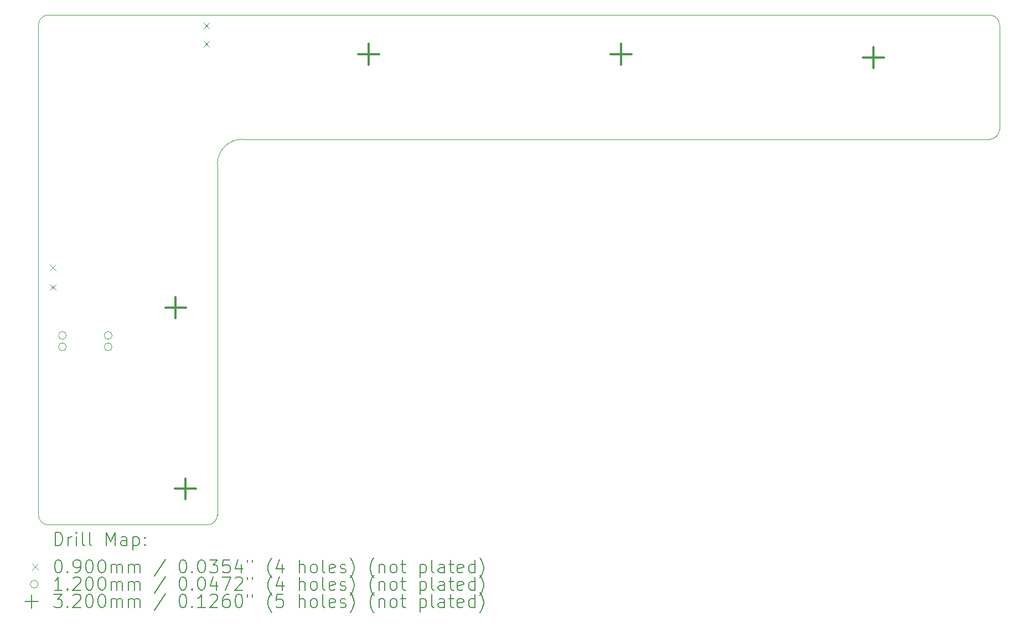
<source format=gbr>
%TF.GenerationSoftware,KiCad,Pcbnew,7.0.8*%
%TF.CreationDate,2023-12-05T05:18:09-08:00*%
%TF.ProjectId,Seismos_5CoreR,53656973-6d6f-4735-9f35-436f7265522e,rev?*%
%TF.SameCoordinates,Original*%
%TF.FileFunction,Drillmap*%
%TF.FilePolarity,Positive*%
%FSLAX45Y45*%
G04 Gerber Fmt 4.5, Leading zero omitted, Abs format (unit mm)*
G04 Created by KiCad (PCBNEW 7.0.8) date 2023-12-05 05:18:09*
%MOMM*%
%LPD*%
G01*
G04 APERTURE LIST*
%ADD10C,0.100000*%
%ADD11C,0.200000*%
%ADD12C,0.090000*%
%ADD13C,0.120000*%
%ADD14C,0.320000*%
G04 APERTURE END LIST*
D10*
X5736600Y-9650000D02*
X5736600Y-4281000D01*
X5586600Y-9800000D02*
X3150000Y-9800000D01*
X3000000Y-9650000D02*
X3000000Y-2150000D01*
X3150000Y-2000000D02*
G75*
G03*
X3000000Y-2150000I0J-150000D01*
G01*
X5586600Y-9800000D02*
G75*
G03*
X5736600Y-9650000I0J150000D01*
G01*
X17550000Y-3900000D02*
X6117600Y-3900000D01*
X17550000Y-3900000D02*
G75*
G03*
X17700000Y-3750000I0J150000D01*
G01*
X17700000Y-2150000D02*
G75*
G03*
X17550000Y-2000000I-150000J0D01*
G01*
X3000000Y-9650000D02*
G75*
G03*
X3150000Y-9800000I150000J0D01*
G01*
X6117600Y-3900000D02*
G75*
G03*
X5736600Y-4281000I0J-381000D01*
G01*
X3150000Y-2000000D02*
X17550000Y-2000000D01*
X17700000Y-2150000D02*
X17700000Y-3750000D01*
D11*
D12*
X3175000Y-5818200D02*
X3265000Y-5908200D01*
X3265000Y-5818200D02*
X3175000Y-5908200D01*
X3175000Y-6118200D02*
X3265000Y-6208200D01*
X3265000Y-6118200D02*
X3175000Y-6208200D01*
X5526250Y-2119950D02*
X5616250Y-2209950D01*
X5616250Y-2119950D02*
X5526250Y-2209950D01*
X5526250Y-2399950D02*
X5616250Y-2489950D01*
X5616250Y-2399950D02*
X5526250Y-2489950D01*
D13*
X3427000Y-6902500D02*
G75*
G03*
X3427000Y-6902500I-60000J0D01*
G01*
X3427000Y-7077500D02*
G75*
G03*
X3427000Y-7077500I-60000J0D01*
G01*
X4127000Y-6902500D02*
G75*
G03*
X4127000Y-6902500I-60000J0D01*
G01*
X4127000Y-7077500D02*
G75*
G03*
X4127000Y-7077500I-60000J0D01*
G01*
D14*
X5100000Y-6315000D02*
X5100000Y-6635000D01*
X4940000Y-6475000D02*
X5260000Y-6475000D01*
X5250000Y-9090000D02*
X5250000Y-9410000D01*
X5090000Y-9250000D02*
X5410000Y-9250000D01*
X8050000Y-2440000D02*
X8050000Y-2760000D01*
X7890000Y-2600000D02*
X8210000Y-2600000D01*
X11910000Y-2440000D02*
X11910000Y-2760000D01*
X11750000Y-2600000D02*
X12070000Y-2600000D01*
X15770000Y-2490000D02*
X15770000Y-2810000D01*
X15610000Y-2650000D02*
X15930000Y-2650000D01*
D11*
X3255777Y-10116484D02*
X3255777Y-9916484D01*
X3255777Y-9916484D02*
X3303396Y-9916484D01*
X3303396Y-9916484D02*
X3331967Y-9926008D01*
X3331967Y-9926008D02*
X3351015Y-9945055D01*
X3351015Y-9945055D02*
X3360539Y-9964103D01*
X3360539Y-9964103D02*
X3370062Y-10002198D01*
X3370062Y-10002198D02*
X3370062Y-10030770D01*
X3370062Y-10030770D02*
X3360539Y-10068865D01*
X3360539Y-10068865D02*
X3351015Y-10087912D01*
X3351015Y-10087912D02*
X3331967Y-10106960D01*
X3331967Y-10106960D02*
X3303396Y-10116484D01*
X3303396Y-10116484D02*
X3255777Y-10116484D01*
X3455777Y-10116484D02*
X3455777Y-9983150D01*
X3455777Y-10021246D02*
X3465301Y-10002198D01*
X3465301Y-10002198D02*
X3474824Y-9992674D01*
X3474824Y-9992674D02*
X3493872Y-9983150D01*
X3493872Y-9983150D02*
X3512920Y-9983150D01*
X3579586Y-10116484D02*
X3579586Y-9983150D01*
X3579586Y-9916484D02*
X3570062Y-9926008D01*
X3570062Y-9926008D02*
X3579586Y-9935531D01*
X3579586Y-9935531D02*
X3589110Y-9926008D01*
X3589110Y-9926008D02*
X3579586Y-9916484D01*
X3579586Y-9916484D02*
X3579586Y-9935531D01*
X3703396Y-10116484D02*
X3684348Y-10106960D01*
X3684348Y-10106960D02*
X3674824Y-10087912D01*
X3674824Y-10087912D02*
X3674824Y-9916484D01*
X3808158Y-10116484D02*
X3789110Y-10106960D01*
X3789110Y-10106960D02*
X3779586Y-10087912D01*
X3779586Y-10087912D02*
X3779586Y-9916484D01*
X4036729Y-10116484D02*
X4036729Y-9916484D01*
X4036729Y-9916484D02*
X4103396Y-10059341D01*
X4103396Y-10059341D02*
X4170062Y-9916484D01*
X4170062Y-9916484D02*
X4170062Y-10116484D01*
X4351015Y-10116484D02*
X4351015Y-10011722D01*
X4351015Y-10011722D02*
X4341491Y-9992674D01*
X4341491Y-9992674D02*
X4322444Y-9983150D01*
X4322444Y-9983150D02*
X4284348Y-9983150D01*
X4284348Y-9983150D02*
X4265301Y-9992674D01*
X4351015Y-10106960D02*
X4331967Y-10116484D01*
X4331967Y-10116484D02*
X4284348Y-10116484D01*
X4284348Y-10116484D02*
X4265301Y-10106960D01*
X4265301Y-10106960D02*
X4255777Y-10087912D01*
X4255777Y-10087912D02*
X4255777Y-10068865D01*
X4255777Y-10068865D02*
X4265301Y-10049817D01*
X4265301Y-10049817D02*
X4284348Y-10040293D01*
X4284348Y-10040293D02*
X4331967Y-10040293D01*
X4331967Y-10040293D02*
X4351015Y-10030770D01*
X4446253Y-9983150D02*
X4446253Y-10183150D01*
X4446253Y-9992674D02*
X4465301Y-9983150D01*
X4465301Y-9983150D02*
X4503396Y-9983150D01*
X4503396Y-9983150D02*
X4522444Y-9992674D01*
X4522444Y-9992674D02*
X4531967Y-10002198D01*
X4531967Y-10002198D02*
X4541491Y-10021246D01*
X4541491Y-10021246D02*
X4541491Y-10078389D01*
X4541491Y-10078389D02*
X4531967Y-10097436D01*
X4531967Y-10097436D02*
X4522444Y-10106960D01*
X4522444Y-10106960D02*
X4503396Y-10116484D01*
X4503396Y-10116484D02*
X4465301Y-10116484D01*
X4465301Y-10116484D02*
X4446253Y-10106960D01*
X4627205Y-10097436D02*
X4636729Y-10106960D01*
X4636729Y-10106960D02*
X4627205Y-10116484D01*
X4627205Y-10116484D02*
X4617682Y-10106960D01*
X4617682Y-10106960D02*
X4627205Y-10097436D01*
X4627205Y-10097436D02*
X4627205Y-10116484D01*
X4627205Y-9992674D02*
X4636729Y-10002198D01*
X4636729Y-10002198D02*
X4627205Y-10011722D01*
X4627205Y-10011722D02*
X4617682Y-10002198D01*
X4617682Y-10002198D02*
X4627205Y-9992674D01*
X4627205Y-9992674D02*
X4627205Y-10011722D01*
D12*
X2905000Y-10400000D02*
X2995000Y-10490000D01*
X2995000Y-10400000D02*
X2905000Y-10490000D01*
D11*
X3293872Y-10336484D02*
X3312920Y-10336484D01*
X3312920Y-10336484D02*
X3331967Y-10346008D01*
X3331967Y-10346008D02*
X3341491Y-10355531D01*
X3341491Y-10355531D02*
X3351015Y-10374579D01*
X3351015Y-10374579D02*
X3360539Y-10412674D01*
X3360539Y-10412674D02*
X3360539Y-10460293D01*
X3360539Y-10460293D02*
X3351015Y-10498389D01*
X3351015Y-10498389D02*
X3341491Y-10517436D01*
X3341491Y-10517436D02*
X3331967Y-10526960D01*
X3331967Y-10526960D02*
X3312920Y-10536484D01*
X3312920Y-10536484D02*
X3293872Y-10536484D01*
X3293872Y-10536484D02*
X3274824Y-10526960D01*
X3274824Y-10526960D02*
X3265301Y-10517436D01*
X3265301Y-10517436D02*
X3255777Y-10498389D01*
X3255777Y-10498389D02*
X3246253Y-10460293D01*
X3246253Y-10460293D02*
X3246253Y-10412674D01*
X3246253Y-10412674D02*
X3255777Y-10374579D01*
X3255777Y-10374579D02*
X3265301Y-10355531D01*
X3265301Y-10355531D02*
X3274824Y-10346008D01*
X3274824Y-10346008D02*
X3293872Y-10336484D01*
X3446253Y-10517436D02*
X3455777Y-10526960D01*
X3455777Y-10526960D02*
X3446253Y-10536484D01*
X3446253Y-10536484D02*
X3436729Y-10526960D01*
X3436729Y-10526960D02*
X3446253Y-10517436D01*
X3446253Y-10517436D02*
X3446253Y-10536484D01*
X3551015Y-10536484D02*
X3589110Y-10536484D01*
X3589110Y-10536484D02*
X3608158Y-10526960D01*
X3608158Y-10526960D02*
X3617682Y-10517436D01*
X3617682Y-10517436D02*
X3636729Y-10488865D01*
X3636729Y-10488865D02*
X3646253Y-10450770D01*
X3646253Y-10450770D02*
X3646253Y-10374579D01*
X3646253Y-10374579D02*
X3636729Y-10355531D01*
X3636729Y-10355531D02*
X3627205Y-10346008D01*
X3627205Y-10346008D02*
X3608158Y-10336484D01*
X3608158Y-10336484D02*
X3570062Y-10336484D01*
X3570062Y-10336484D02*
X3551015Y-10346008D01*
X3551015Y-10346008D02*
X3541491Y-10355531D01*
X3541491Y-10355531D02*
X3531967Y-10374579D01*
X3531967Y-10374579D02*
X3531967Y-10422198D01*
X3531967Y-10422198D02*
X3541491Y-10441246D01*
X3541491Y-10441246D02*
X3551015Y-10450770D01*
X3551015Y-10450770D02*
X3570062Y-10460293D01*
X3570062Y-10460293D02*
X3608158Y-10460293D01*
X3608158Y-10460293D02*
X3627205Y-10450770D01*
X3627205Y-10450770D02*
X3636729Y-10441246D01*
X3636729Y-10441246D02*
X3646253Y-10422198D01*
X3770062Y-10336484D02*
X3789110Y-10336484D01*
X3789110Y-10336484D02*
X3808158Y-10346008D01*
X3808158Y-10346008D02*
X3817682Y-10355531D01*
X3817682Y-10355531D02*
X3827205Y-10374579D01*
X3827205Y-10374579D02*
X3836729Y-10412674D01*
X3836729Y-10412674D02*
X3836729Y-10460293D01*
X3836729Y-10460293D02*
X3827205Y-10498389D01*
X3827205Y-10498389D02*
X3817682Y-10517436D01*
X3817682Y-10517436D02*
X3808158Y-10526960D01*
X3808158Y-10526960D02*
X3789110Y-10536484D01*
X3789110Y-10536484D02*
X3770062Y-10536484D01*
X3770062Y-10536484D02*
X3751015Y-10526960D01*
X3751015Y-10526960D02*
X3741491Y-10517436D01*
X3741491Y-10517436D02*
X3731967Y-10498389D01*
X3731967Y-10498389D02*
X3722443Y-10460293D01*
X3722443Y-10460293D02*
X3722443Y-10412674D01*
X3722443Y-10412674D02*
X3731967Y-10374579D01*
X3731967Y-10374579D02*
X3741491Y-10355531D01*
X3741491Y-10355531D02*
X3751015Y-10346008D01*
X3751015Y-10346008D02*
X3770062Y-10336484D01*
X3960539Y-10336484D02*
X3979586Y-10336484D01*
X3979586Y-10336484D02*
X3998634Y-10346008D01*
X3998634Y-10346008D02*
X4008158Y-10355531D01*
X4008158Y-10355531D02*
X4017682Y-10374579D01*
X4017682Y-10374579D02*
X4027205Y-10412674D01*
X4027205Y-10412674D02*
X4027205Y-10460293D01*
X4027205Y-10460293D02*
X4017682Y-10498389D01*
X4017682Y-10498389D02*
X4008158Y-10517436D01*
X4008158Y-10517436D02*
X3998634Y-10526960D01*
X3998634Y-10526960D02*
X3979586Y-10536484D01*
X3979586Y-10536484D02*
X3960539Y-10536484D01*
X3960539Y-10536484D02*
X3941491Y-10526960D01*
X3941491Y-10526960D02*
X3931967Y-10517436D01*
X3931967Y-10517436D02*
X3922443Y-10498389D01*
X3922443Y-10498389D02*
X3912920Y-10460293D01*
X3912920Y-10460293D02*
X3912920Y-10412674D01*
X3912920Y-10412674D02*
X3922443Y-10374579D01*
X3922443Y-10374579D02*
X3931967Y-10355531D01*
X3931967Y-10355531D02*
X3941491Y-10346008D01*
X3941491Y-10346008D02*
X3960539Y-10336484D01*
X4112920Y-10536484D02*
X4112920Y-10403150D01*
X4112920Y-10422198D02*
X4122443Y-10412674D01*
X4122443Y-10412674D02*
X4141491Y-10403150D01*
X4141491Y-10403150D02*
X4170063Y-10403150D01*
X4170063Y-10403150D02*
X4189110Y-10412674D01*
X4189110Y-10412674D02*
X4198634Y-10431722D01*
X4198634Y-10431722D02*
X4198634Y-10536484D01*
X4198634Y-10431722D02*
X4208158Y-10412674D01*
X4208158Y-10412674D02*
X4227205Y-10403150D01*
X4227205Y-10403150D02*
X4255777Y-10403150D01*
X4255777Y-10403150D02*
X4274825Y-10412674D01*
X4274825Y-10412674D02*
X4284348Y-10431722D01*
X4284348Y-10431722D02*
X4284348Y-10536484D01*
X4379586Y-10536484D02*
X4379586Y-10403150D01*
X4379586Y-10422198D02*
X4389110Y-10412674D01*
X4389110Y-10412674D02*
X4408158Y-10403150D01*
X4408158Y-10403150D02*
X4436729Y-10403150D01*
X4436729Y-10403150D02*
X4455777Y-10412674D01*
X4455777Y-10412674D02*
X4465301Y-10431722D01*
X4465301Y-10431722D02*
X4465301Y-10536484D01*
X4465301Y-10431722D02*
X4474825Y-10412674D01*
X4474825Y-10412674D02*
X4493872Y-10403150D01*
X4493872Y-10403150D02*
X4522444Y-10403150D01*
X4522444Y-10403150D02*
X4541491Y-10412674D01*
X4541491Y-10412674D02*
X4551015Y-10431722D01*
X4551015Y-10431722D02*
X4551015Y-10536484D01*
X4941491Y-10326960D02*
X4770063Y-10584103D01*
X5198634Y-10336484D02*
X5217682Y-10336484D01*
X5217682Y-10336484D02*
X5236729Y-10346008D01*
X5236729Y-10346008D02*
X5246253Y-10355531D01*
X5246253Y-10355531D02*
X5255777Y-10374579D01*
X5255777Y-10374579D02*
X5265301Y-10412674D01*
X5265301Y-10412674D02*
X5265301Y-10460293D01*
X5265301Y-10460293D02*
X5255777Y-10498389D01*
X5255777Y-10498389D02*
X5246253Y-10517436D01*
X5246253Y-10517436D02*
X5236729Y-10526960D01*
X5236729Y-10526960D02*
X5217682Y-10536484D01*
X5217682Y-10536484D02*
X5198634Y-10536484D01*
X5198634Y-10536484D02*
X5179587Y-10526960D01*
X5179587Y-10526960D02*
X5170063Y-10517436D01*
X5170063Y-10517436D02*
X5160539Y-10498389D01*
X5160539Y-10498389D02*
X5151015Y-10460293D01*
X5151015Y-10460293D02*
X5151015Y-10412674D01*
X5151015Y-10412674D02*
X5160539Y-10374579D01*
X5160539Y-10374579D02*
X5170063Y-10355531D01*
X5170063Y-10355531D02*
X5179587Y-10346008D01*
X5179587Y-10346008D02*
X5198634Y-10336484D01*
X5351015Y-10517436D02*
X5360539Y-10526960D01*
X5360539Y-10526960D02*
X5351015Y-10536484D01*
X5351015Y-10536484D02*
X5341491Y-10526960D01*
X5341491Y-10526960D02*
X5351015Y-10517436D01*
X5351015Y-10517436D02*
X5351015Y-10536484D01*
X5484348Y-10336484D02*
X5503396Y-10336484D01*
X5503396Y-10336484D02*
X5522444Y-10346008D01*
X5522444Y-10346008D02*
X5531968Y-10355531D01*
X5531968Y-10355531D02*
X5541491Y-10374579D01*
X5541491Y-10374579D02*
X5551015Y-10412674D01*
X5551015Y-10412674D02*
X5551015Y-10460293D01*
X5551015Y-10460293D02*
X5541491Y-10498389D01*
X5541491Y-10498389D02*
X5531968Y-10517436D01*
X5531968Y-10517436D02*
X5522444Y-10526960D01*
X5522444Y-10526960D02*
X5503396Y-10536484D01*
X5503396Y-10536484D02*
X5484348Y-10536484D01*
X5484348Y-10536484D02*
X5465301Y-10526960D01*
X5465301Y-10526960D02*
X5455777Y-10517436D01*
X5455777Y-10517436D02*
X5446253Y-10498389D01*
X5446253Y-10498389D02*
X5436729Y-10460293D01*
X5436729Y-10460293D02*
X5436729Y-10412674D01*
X5436729Y-10412674D02*
X5446253Y-10374579D01*
X5446253Y-10374579D02*
X5455777Y-10355531D01*
X5455777Y-10355531D02*
X5465301Y-10346008D01*
X5465301Y-10346008D02*
X5484348Y-10336484D01*
X5617682Y-10336484D02*
X5741491Y-10336484D01*
X5741491Y-10336484D02*
X5674825Y-10412674D01*
X5674825Y-10412674D02*
X5703396Y-10412674D01*
X5703396Y-10412674D02*
X5722444Y-10422198D01*
X5722444Y-10422198D02*
X5731967Y-10431722D01*
X5731967Y-10431722D02*
X5741491Y-10450770D01*
X5741491Y-10450770D02*
X5741491Y-10498389D01*
X5741491Y-10498389D02*
X5731967Y-10517436D01*
X5731967Y-10517436D02*
X5722444Y-10526960D01*
X5722444Y-10526960D02*
X5703396Y-10536484D01*
X5703396Y-10536484D02*
X5646253Y-10536484D01*
X5646253Y-10536484D02*
X5627206Y-10526960D01*
X5627206Y-10526960D02*
X5617682Y-10517436D01*
X5922444Y-10336484D02*
X5827206Y-10336484D01*
X5827206Y-10336484D02*
X5817682Y-10431722D01*
X5817682Y-10431722D02*
X5827206Y-10422198D01*
X5827206Y-10422198D02*
X5846253Y-10412674D01*
X5846253Y-10412674D02*
X5893872Y-10412674D01*
X5893872Y-10412674D02*
X5912920Y-10422198D01*
X5912920Y-10422198D02*
X5922444Y-10431722D01*
X5922444Y-10431722D02*
X5931967Y-10450770D01*
X5931967Y-10450770D02*
X5931967Y-10498389D01*
X5931967Y-10498389D02*
X5922444Y-10517436D01*
X5922444Y-10517436D02*
X5912920Y-10526960D01*
X5912920Y-10526960D02*
X5893872Y-10536484D01*
X5893872Y-10536484D02*
X5846253Y-10536484D01*
X5846253Y-10536484D02*
X5827206Y-10526960D01*
X5827206Y-10526960D02*
X5817682Y-10517436D01*
X6103396Y-10403150D02*
X6103396Y-10536484D01*
X6055777Y-10326960D02*
X6008158Y-10469817D01*
X6008158Y-10469817D02*
X6131967Y-10469817D01*
X6198634Y-10336484D02*
X6198634Y-10374579D01*
X6274825Y-10336484D02*
X6274825Y-10374579D01*
X6570063Y-10612674D02*
X6560539Y-10603150D01*
X6560539Y-10603150D02*
X6541491Y-10574579D01*
X6541491Y-10574579D02*
X6531968Y-10555531D01*
X6531968Y-10555531D02*
X6522444Y-10526960D01*
X6522444Y-10526960D02*
X6512920Y-10479341D01*
X6512920Y-10479341D02*
X6512920Y-10441246D01*
X6512920Y-10441246D02*
X6522444Y-10393627D01*
X6522444Y-10393627D02*
X6531968Y-10365055D01*
X6531968Y-10365055D02*
X6541491Y-10346008D01*
X6541491Y-10346008D02*
X6560539Y-10317436D01*
X6560539Y-10317436D02*
X6570063Y-10307912D01*
X6731968Y-10403150D02*
X6731968Y-10536484D01*
X6684348Y-10326960D02*
X6636729Y-10469817D01*
X6636729Y-10469817D02*
X6760539Y-10469817D01*
X6989110Y-10536484D02*
X6989110Y-10336484D01*
X7074825Y-10536484D02*
X7074825Y-10431722D01*
X7074825Y-10431722D02*
X7065301Y-10412674D01*
X7065301Y-10412674D02*
X7046253Y-10403150D01*
X7046253Y-10403150D02*
X7017682Y-10403150D01*
X7017682Y-10403150D02*
X6998634Y-10412674D01*
X6998634Y-10412674D02*
X6989110Y-10422198D01*
X7198634Y-10536484D02*
X7179587Y-10526960D01*
X7179587Y-10526960D02*
X7170063Y-10517436D01*
X7170063Y-10517436D02*
X7160539Y-10498389D01*
X7160539Y-10498389D02*
X7160539Y-10441246D01*
X7160539Y-10441246D02*
X7170063Y-10422198D01*
X7170063Y-10422198D02*
X7179587Y-10412674D01*
X7179587Y-10412674D02*
X7198634Y-10403150D01*
X7198634Y-10403150D02*
X7227206Y-10403150D01*
X7227206Y-10403150D02*
X7246253Y-10412674D01*
X7246253Y-10412674D02*
X7255777Y-10422198D01*
X7255777Y-10422198D02*
X7265301Y-10441246D01*
X7265301Y-10441246D02*
X7265301Y-10498389D01*
X7265301Y-10498389D02*
X7255777Y-10517436D01*
X7255777Y-10517436D02*
X7246253Y-10526960D01*
X7246253Y-10526960D02*
X7227206Y-10536484D01*
X7227206Y-10536484D02*
X7198634Y-10536484D01*
X7379587Y-10536484D02*
X7360539Y-10526960D01*
X7360539Y-10526960D02*
X7351015Y-10507912D01*
X7351015Y-10507912D02*
X7351015Y-10336484D01*
X7531968Y-10526960D02*
X7512920Y-10536484D01*
X7512920Y-10536484D02*
X7474825Y-10536484D01*
X7474825Y-10536484D02*
X7455777Y-10526960D01*
X7455777Y-10526960D02*
X7446253Y-10507912D01*
X7446253Y-10507912D02*
X7446253Y-10431722D01*
X7446253Y-10431722D02*
X7455777Y-10412674D01*
X7455777Y-10412674D02*
X7474825Y-10403150D01*
X7474825Y-10403150D02*
X7512920Y-10403150D01*
X7512920Y-10403150D02*
X7531968Y-10412674D01*
X7531968Y-10412674D02*
X7541491Y-10431722D01*
X7541491Y-10431722D02*
X7541491Y-10450770D01*
X7541491Y-10450770D02*
X7446253Y-10469817D01*
X7617682Y-10526960D02*
X7636730Y-10536484D01*
X7636730Y-10536484D02*
X7674825Y-10536484D01*
X7674825Y-10536484D02*
X7693872Y-10526960D01*
X7693872Y-10526960D02*
X7703396Y-10507912D01*
X7703396Y-10507912D02*
X7703396Y-10498389D01*
X7703396Y-10498389D02*
X7693872Y-10479341D01*
X7693872Y-10479341D02*
X7674825Y-10469817D01*
X7674825Y-10469817D02*
X7646253Y-10469817D01*
X7646253Y-10469817D02*
X7627206Y-10460293D01*
X7627206Y-10460293D02*
X7617682Y-10441246D01*
X7617682Y-10441246D02*
X7617682Y-10431722D01*
X7617682Y-10431722D02*
X7627206Y-10412674D01*
X7627206Y-10412674D02*
X7646253Y-10403150D01*
X7646253Y-10403150D02*
X7674825Y-10403150D01*
X7674825Y-10403150D02*
X7693872Y-10412674D01*
X7770063Y-10612674D02*
X7779587Y-10603150D01*
X7779587Y-10603150D02*
X7798634Y-10574579D01*
X7798634Y-10574579D02*
X7808158Y-10555531D01*
X7808158Y-10555531D02*
X7817682Y-10526960D01*
X7817682Y-10526960D02*
X7827206Y-10479341D01*
X7827206Y-10479341D02*
X7827206Y-10441246D01*
X7827206Y-10441246D02*
X7817682Y-10393627D01*
X7817682Y-10393627D02*
X7808158Y-10365055D01*
X7808158Y-10365055D02*
X7798634Y-10346008D01*
X7798634Y-10346008D02*
X7779587Y-10317436D01*
X7779587Y-10317436D02*
X7770063Y-10307912D01*
X8131968Y-10612674D02*
X8122444Y-10603150D01*
X8122444Y-10603150D02*
X8103396Y-10574579D01*
X8103396Y-10574579D02*
X8093872Y-10555531D01*
X8093872Y-10555531D02*
X8084349Y-10526960D01*
X8084349Y-10526960D02*
X8074825Y-10479341D01*
X8074825Y-10479341D02*
X8074825Y-10441246D01*
X8074825Y-10441246D02*
X8084349Y-10393627D01*
X8084349Y-10393627D02*
X8093872Y-10365055D01*
X8093872Y-10365055D02*
X8103396Y-10346008D01*
X8103396Y-10346008D02*
X8122444Y-10317436D01*
X8122444Y-10317436D02*
X8131968Y-10307912D01*
X8208158Y-10403150D02*
X8208158Y-10536484D01*
X8208158Y-10422198D02*
X8217682Y-10412674D01*
X8217682Y-10412674D02*
X8236730Y-10403150D01*
X8236730Y-10403150D02*
X8265301Y-10403150D01*
X8265301Y-10403150D02*
X8284349Y-10412674D01*
X8284349Y-10412674D02*
X8293872Y-10431722D01*
X8293872Y-10431722D02*
X8293872Y-10536484D01*
X8417682Y-10536484D02*
X8398634Y-10526960D01*
X8398634Y-10526960D02*
X8389111Y-10517436D01*
X8389111Y-10517436D02*
X8379587Y-10498389D01*
X8379587Y-10498389D02*
X8379587Y-10441246D01*
X8379587Y-10441246D02*
X8389111Y-10422198D01*
X8389111Y-10422198D02*
X8398634Y-10412674D01*
X8398634Y-10412674D02*
X8417682Y-10403150D01*
X8417682Y-10403150D02*
X8446254Y-10403150D01*
X8446254Y-10403150D02*
X8465301Y-10412674D01*
X8465301Y-10412674D02*
X8474825Y-10422198D01*
X8474825Y-10422198D02*
X8484349Y-10441246D01*
X8484349Y-10441246D02*
X8484349Y-10498389D01*
X8484349Y-10498389D02*
X8474825Y-10517436D01*
X8474825Y-10517436D02*
X8465301Y-10526960D01*
X8465301Y-10526960D02*
X8446254Y-10536484D01*
X8446254Y-10536484D02*
X8417682Y-10536484D01*
X8541492Y-10403150D02*
X8617682Y-10403150D01*
X8570063Y-10336484D02*
X8570063Y-10507912D01*
X8570063Y-10507912D02*
X8579587Y-10526960D01*
X8579587Y-10526960D02*
X8598634Y-10536484D01*
X8598634Y-10536484D02*
X8617682Y-10536484D01*
X8836730Y-10403150D02*
X8836730Y-10603150D01*
X8836730Y-10412674D02*
X8855777Y-10403150D01*
X8855777Y-10403150D02*
X8893873Y-10403150D01*
X8893873Y-10403150D02*
X8912920Y-10412674D01*
X8912920Y-10412674D02*
X8922444Y-10422198D01*
X8922444Y-10422198D02*
X8931968Y-10441246D01*
X8931968Y-10441246D02*
X8931968Y-10498389D01*
X8931968Y-10498389D02*
X8922444Y-10517436D01*
X8922444Y-10517436D02*
X8912920Y-10526960D01*
X8912920Y-10526960D02*
X8893873Y-10536484D01*
X8893873Y-10536484D02*
X8855777Y-10536484D01*
X8855777Y-10536484D02*
X8836730Y-10526960D01*
X9046254Y-10536484D02*
X9027206Y-10526960D01*
X9027206Y-10526960D02*
X9017682Y-10507912D01*
X9017682Y-10507912D02*
X9017682Y-10336484D01*
X9208158Y-10536484D02*
X9208158Y-10431722D01*
X9208158Y-10431722D02*
X9198635Y-10412674D01*
X9198635Y-10412674D02*
X9179587Y-10403150D01*
X9179587Y-10403150D02*
X9141492Y-10403150D01*
X9141492Y-10403150D02*
X9122444Y-10412674D01*
X9208158Y-10526960D02*
X9189111Y-10536484D01*
X9189111Y-10536484D02*
X9141492Y-10536484D01*
X9141492Y-10536484D02*
X9122444Y-10526960D01*
X9122444Y-10526960D02*
X9112920Y-10507912D01*
X9112920Y-10507912D02*
X9112920Y-10488865D01*
X9112920Y-10488865D02*
X9122444Y-10469817D01*
X9122444Y-10469817D02*
X9141492Y-10460293D01*
X9141492Y-10460293D02*
X9189111Y-10460293D01*
X9189111Y-10460293D02*
X9208158Y-10450770D01*
X9274825Y-10403150D02*
X9351015Y-10403150D01*
X9303396Y-10336484D02*
X9303396Y-10507912D01*
X9303396Y-10507912D02*
X9312920Y-10526960D01*
X9312920Y-10526960D02*
X9331968Y-10536484D01*
X9331968Y-10536484D02*
X9351015Y-10536484D01*
X9493873Y-10526960D02*
X9474825Y-10536484D01*
X9474825Y-10536484D02*
X9436730Y-10536484D01*
X9436730Y-10536484D02*
X9417682Y-10526960D01*
X9417682Y-10526960D02*
X9408158Y-10507912D01*
X9408158Y-10507912D02*
X9408158Y-10431722D01*
X9408158Y-10431722D02*
X9417682Y-10412674D01*
X9417682Y-10412674D02*
X9436730Y-10403150D01*
X9436730Y-10403150D02*
X9474825Y-10403150D01*
X9474825Y-10403150D02*
X9493873Y-10412674D01*
X9493873Y-10412674D02*
X9503396Y-10431722D01*
X9503396Y-10431722D02*
X9503396Y-10450770D01*
X9503396Y-10450770D02*
X9408158Y-10469817D01*
X9674825Y-10536484D02*
X9674825Y-10336484D01*
X9674825Y-10526960D02*
X9655777Y-10536484D01*
X9655777Y-10536484D02*
X9617682Y-10536484D01*
X9617682Y-10536484D02*
X9598635Y-10526960D01*
X9598635Y-10526960D02*
X9589111Y-10517436D01*
X9589111Y-10517436D02*
X9579587Y-10498389D01*
X9579587Y-10498389D02*
X9579587Y-10441246D01*
X9579587Y-10441246D02*
X9589111Y-10422198D01*
X9589111Y-10422198D02*
X9598635Y-10412674D01*
X9598635Y-10412674D02*
X9617682Y-10403150D01*
X9617682Y-10403150D02*
X9655777Y-10403150D01*
X9655777Y-10403150D02*
X9674825Y-10412674D01*
X9751016Y-10612674D02*
X9760539Y-10603150D01*
X9760539Y-10603150D02*
X9779587Y-10574579D01*
X9779587Y-10574579D02*
X9789111Y-10555531D01*
X9789111Y-10555531D02*
X9798635Y-10526960D01*
X9798635Y-10526960D02*
X9808158Y-10479341D01*
X9808158Y-10479341D02*
X9808158Y-10441246D01*
X9808158Y-10441246D02*
X9798635Y-10393627D01*
X9798635Y-10393627D02*
X9789111Y-10365055D01*
X9789111Y-10365055D02*
X9779587Y-10346008D01*
X9779587Y-10346008D02*
X9760539Y-10317436D01*
X9760539Y-10317436D02*
X9751016Y-10307912D01*
D13*
X2995000Y-10709000D02*
G75*
G03*
X2995000Y-10709000I-60000J0D01*
G01*
D11*
X3360539Y-10800484D02*
X3246253Y-10800484D01*
X3303396Y-10800484D02*
X3303396Y-10600484D01*
X3303396Y-10600484D02*
X3284348Y-10629055D01*
X3284348Y-10629055D02*
X3265301Y-10648103D01*
X3265301Y-10648103D02*
X3246253Y-10657627D01*
X3446253Y-10781436D02*
X3455777Y-10790960D01*
X3455777Y-10790960D02*
X3446253Y-10800484D01*
X3446253Y-10800484D02*
X3436729Y-10790960D01*
X3436729Y-10790960D02*
X3446253Y-10781436D01*
X3446253Y-10781436D02*
X3446253Y-10800484D01*
X3531967Y-10619531D02*
X3541491Y-10610008D01*
X3541491Y-10610008D02*
X3560539Y-10600484D01*
X3560539Y-10600484D02*
X3608158Y-10600484D01*
X3608158Y-10600484D02*
X3627205Y-10610008D01*
X3627205Y-10610008D02*
X3636729Y-10619531D01*
X3636729Y-10619531D02*
X3646253Y-10638579D01*
X3646253Y-10638579D02*
X3646253Y-10657627D01*
X3646253Y-10657627D02*
X3636729Y-10686198D01*
X3636729Y-10686198D02*
X3522443Y-10800484D01*
X3522443Y-10800484D02*
X3646253Y-10800484D01*
X3770062Y-10600484D02*
X3789110Y-10600484D01*
X3789110Y-10600484D02*
X3808158Y-10610008D01*
X3808158Y-10610008D02*
X3817682Y-10619531D01*
X3817682Y-10619531D02*
X3827205Y-10638579D01*
X3827205Y-10638579D02*
X3836729Y-10676674D01*
X3836729Y-10676674D02*
X3836729Y-10724293D01*
X3836729Y-10724293D02*
X3827205Y-10762389D01*
X3827205Y-10762389D02*
X3817682Y-10781436D01*
X3817682Y-10781436D02*
X3808158Y-10790960D01*
X3808158Y-10790960D02*
X3789110Y-10800484D01*
X3789110Y-10800484D02*
X3770062Y-10800484D01*
X3770062Y-10800484D02*
X3751015Y-10790960D01*
X3751015Y-10790960D02*
X3741491Y-10781436D01*
X3741491Y-10781436D02*
X3731967Y-10762389D01*
X3731967Y-10762389D02*
X3722443Y-10724293D01*
X3722443Y-10724293D02*
X3722443Y-10676674D01*
X3722443Y-10676674D02*
X3731967Y-10638579D01*
X3731967Y-10638579D02*
X3741491Y-10619531D01*
X3741491Y-10619531D02*
X3751015Y-10610008D01*
X3751015Y-10610008D02*
X3770062Y-10600484D01*
X3960539Y-10600484D02*
X3979586Y-10600484D01*
X3979586Y-10600484D02*
X3998634Y-10610008D01*
X3998634Y-10610008D02*
X4008158Y-10619531D01*
X4008158Y-10619531D02*
X4017682Y-10638579D01*
X4017682Y-10638579D02*
X4027205Y-10676674D01*
X4027205Y-10676674D02*
X4027205Y-10724293D01*
X4027205Y-10724293D02*
X4017682Y-10762389D01*
X4017682Y-10762389D02*
X4008158Y-10781436D01*
X4008158Y-10781436D02*
X3998634Y-10790960D01*
X3998634Y-10790960D02*
X3979586Y-10800484D01*
X3979586Y-10800484D02*
X3960539Y-10800484D01*
X3960539Y-10800484D02*
X3941491Y-10790960D01*
X3941491Y-10790960D02*
X3931967Y-10781436D01*
X3931967Y-10781436D02*
X3922443Y-10762389D01*
X3922443Y-10762389D02*
X3912920Y-10724293D01*
X3912920Y-10724293D02*
X3912920Y-10676674D01*
X3912920Y-10676674D02*
X3922443Y-10638579D01*
X3922443Y-10638579D02*
X3931967Y-10619531D01*
X3931967Y-10619531D02*
X3941491Y-10610008D01*
X3941491Y-10610008D02*
X3960539Y-10600484D01*
X4112920Y-10800484D02*
X4112920Y-10667150D01*
X4112920Y-10686198D02*
X4122443Y-10676674D01*
X4122443Y-10676674D02*
X4141491Y-10667150D01*
X4141491Y-10667150D02*
X4170063Y-10667150D01*
X4170063Y-10667150D02*
X4189110Y-10676674D01*
X4189110Y-10676674D02*
X4198634Y-10695722D01*
X4198634Y-10695722D02*
X4198634Y-10800484D01*
X4198634Y-10695722D02*
X4208158Y-10676674D01*
X4208158Y-10676674D02*
X4227205Y-10667150D01*
X4227205Y-10667150D02*
X4255777Y-10667150D01*
X4255777Y-10667150D02*
X4274825Y-10676674D01*
X4274825Y-10676674D02*
X4284348Y-10695722D01*
X4284348Y-10695722D02*
X4284348Y-10800484D01*
X4379586Y-10800484D02*
X4379586Y-10667150D01*
X4379586Y-10686198D02*
X4389110Y-10676674D01*
X4389110Y-10676674D02*
X4408158Y-10667150D01*
X4408158Y-10667150D02*
X4436729Y-10667150D01*
X4436729Y-10667150D02*
X4455777Y-10676674D01*
X4455777Y-10676674D02*
X4465301Y-10695722D01*
X4465301Y-10695722D02*
X4465301Y-10800484D01*
X4465301Y-10695722D02*
X4474825Y-10676674D01*
X4474825Y-10676674D02*
X4493872Y-10667150D01*
X4493872Y-10667150D02*
X4522444Y-10667150D01*
X4522444Y-10667150D02*
X4541491Y-10676674D01*
X4541491Y-10676674D02*
X4551015Y-10695722D01*
X4551015Y-10695722D02*
X4551015Y-10800484D01*
X4941491Y-10590960D02*
X4770063Y-10848103D01*
X5198634Y-10600484D02*
X5217682Y-10600484D01*
X5217682Y-10600484D02*
X5236729Y-10610008D01*
X5236729Y-10610008D02*
X5246253Y-10619531D01*
X5246253Y-10619531D02*
X5255777Y-10638579D01*
X5255777Y-10638579D02*
X5265301Y-10676674D01*
X5265301Y-10676674D02*
X5265301Y-10724293D01*
X5265301Y-10724293D02*
X5255777Y-10762389D01*
X5255777Y-10762389D02*
X5246253Y-10781436D01*
X5246253Y-10781436D02*
X5236729Y-10790960D01*
X5236729Y-10790960D02*
X5217682Y-10800484D01*
X5217682Y-10800484D02*
X5198634Y-10800484D01*
X5198634Y-10800484D02*
X5179587Y-10790960D01*
X5179587Y-10790960D02*
X5170063Y-10781436D01*
X5170063Y-10781436D02*
X5160539Y-10762389D01*
X5160539Y-10762389D02*
X5151015Y-10724293D01*
X5151015Y-10724293D02*
X5151015Y-10676674D01*
X5151015Y-10676674D02*
X5160539Y-10638579D01*
X5160539Y-10638579D02*
X5170063Y-10619531D01*
X5170063Y-10619531D02*
X5179587Y-10610008D01*
X5179587Y-10610008D02*
X5198634Y-10600484D01*
X5351015Y-10781436D02*
X5360539Y-10790960D01*
X5360539Y-10790960D02*
X5351015Y-10800484D01*
X5351015Y-10800484D02*
X5341491Y-10790960D01*
X5341491Y-10790960D02*
X5351015Y-10781436D01*
X5351015Y-10781436D02*
X5351015Y-10800484D01*
X5484348Y-10600484D02*
X5503396Y-10600484D01*
X5503396Y-10600484D02*
X5522444Y-10610008D01*
X5522444Y-10610008D02*
X5531968Y-10619531D01*
X5531968Y-10619531D02*
X5541491Y-10638579D01*
X5541491Y-10638579D02*
X5551015Y-10676674D01*
X5551015Y-10676674D02*
X5551015Y-10724293D01*
X5551015Y-10724293D02*
X5541491Y-10762389D01*
X5541491Y-10762389D02*
X5531968Y-10781436D01*
X5531968Y-10781436D02*
X5522444Y-10790960D01*
X5522444Y-10790960D02*
X5503396Y-10800484D01*
X5503396Y-10800484D02*
X5484348Y-10800484D01*
X5484348Y-10800484D02*
X5465301Y-10790960D01*
X5465301Y-10790960D02*
X5455777Y-10781436D01*
X5455777Y-10781436D02*
X5446253Y-10762389D01*
X5446253Y-10762389D02*
X5436729Y-10724293D01*
X5436729Y-10724293D02*
X5436729Y-10676674D01*
X5436729Y-10676674D02*
X5446253Y-10638579D01*
X5446253Y-10638579D02*
X5455777Y-10619531D01*
X5455777Y-10619531D02*
X5465301Y-10610008D01*
X5465301Y-10610008D02*
X5484348Y-10600484D01*
X5722444Y-10667150D02*
X5722444Y-10800484D01*
X5674825Y-10590960D02*
X5627206Y-10733817D01*
X5627206Y-10733817D02*
X5751015Y-10733817D01*
X5808158Y-10600484D02*
X5941491Y-10600484D01*
X5941491Y-10600484D02*
X5855777Y-10800484D01*
X6008158Y-10619531D02*
X6017682Y-10610008D01*
X6017682Y-10610008D02*
X6036729Y-10600484D01*
X6036729Y-10600484D02*
X6084348Y-10600484D01*
X6084348Y-10600484D02*
X6103396Y-10610008D01*
X6103396Y-10610008D02*
X6112920Y-10619531D01*
X6112920Y-10619531D02*
X6122444Y-10638579D01*
X6122444Y-10638579D02*
X6122444Y-10657627D01*
X6122444Y-10657627D02*
X6112920Y-10686198D01*
X6112920Y-10686198D02*
X5998634Y-10800484D01*
X5998634Y-10800484D02*
X6122444Y-10800484D01*
X6198634Y-10600484D02*
X6198634Y-10638579D01*
X6274825Y-10600484D02*
X6274825Y-10638579D01*
X6570063Y-10876674D02*
X6560539Y-10867150D01*
X6560539Y-10867150D02*
X6541491Y-10838579D01*
X6541491Y-10838579D02*
X6531968Y-10819531D01*
X6531968Y-10819531D02*
X6522444Y-10790960D01*
X6522444Y-10790960D02*
X6512920Y-10743341D01*
X6512920Y-10743341D02*
X6512920Y-10705246D01*
X6512920Y-10705246D02*
X6522444Y-10657627D01*
X6522444Y-10657627D02*
X6531968Y-10629055D01*
X6531968Y-10629055D02*
X6541491Y-10610008D01*
X6541491Y-10610008D02*
X6560539Y-10581436D01*
X6560539Y-10581436D02*
X6570063Y-10571912D01*
X6731968Y-10667150D02*
X6731968Y-10800484D01*
X6684348Y-10590960D02*
X6636729Y-10733817D01*
X6636729Y-10733817D02*
X6760539Y-10733817D01*
X6989110Y-10800484D02*
X6989110Y-10600484D01*
X7074825Y-10800484D02*
X7074825Y-10695722D01*
X7074825Y-10695722D02*
X7065301Y-10676674D01*
X7065301Y-10676674D02*
X7046253Y-10667150D01*
X7046253Y-10667150D02*
X7017682Y-10667150D01*
X7017682Y-10667150D02*
X6998634Y-10676674D01*
X6998634Y-10676674D02*
X6989110Y-10686198D01*
X7198634Y-10800484D02*
X7179587Y-10790960D01*
X7179587Y-10790960D02*
X7170063Y-10781436D01*
X7170063Y-10781436D02*
X7160539Y-10762389D01*
X7160539Y-10762389D02*
X7160539Y-10705246D01*
X7160539Y-10705246D02*
X7170063Y-10686198D01*
X7170063Y-10686198D02*
X7179587Y-10676674D01*
X7179587Y-10676674D02*
X7198634Y-10667150D01*
X7198634Y-10667150D02*
X7227206Y-10667150D01*
X7227206Y-10667150D02*
X7246253Y-10676674D01*
X7246253Y-10676674D02*
X7255777Y-10686198D01*
X7255777Y-10686198D02*
X7265301Y-10705246D01*
X7265301Y-10705246D02*
X7265301Y-10762389D01*
X7265301Y-10762389D02*
X7255777Y-10781436D01*
X7255777Y-10781436D02*
X7246253Y-10790960D01*
X7246253Y-10790960D02*
X7227206Y-10800484D01*
X7227206Y-10800484D02*
X7198634Y-10800484D01*
X7379587Y-10800484D02*
X7360539Y-10790960D01*
X7360539Y-10790960D02*
X7351015Y-10771912D01*
X7351015Y-10771912D02*
X7351015Y-10600484D01*
X7531968Y-10790960D02*
X7512920Y-10800484D01*
X7512920Y-10800484D02*
X7474825Y-10800484D01*
X7474825Y-10800484D02*
X7455777Y-10790960D01*
X7455777Y-10790960D02*
X7446253Y-10771912D01*
X7446253Y-10771912D02*
X7446253Y-10695722D01*
X7446253Y-10695722D02*
X7455777Y-10676674D01*
X7455777Y-10676674D02*
X7474825Y-10667150D01*
X7474825Y-10667150D02*
X7512920Y-10667150D01*
X7512920Y-10667150D02*
X7531968Y-10676674D01*
X7531968Y-10676674D02*
X7541491Y-10695722D01*
X7541491Y-10695722D02*
X7541491Y-10714770D01*
X7541491Y-10714770D02*
X7446253Y-10733817D01*
X7617682Y-10790960D02*
X7636730Y-10800484D01*
X7636730Y-10800484D02*
X7674825Y-10800484D01*
X7674825Y-10800484D02*
X7693872Y-10790960D01*
X7693872Y-10790960D02*
X7703396Y-10771912D01*
X7703396Y-10771912D02*
X7703396Y-10762389D01*
X7703396Y-10762389D02*
X7693872Y-10743341D01*
X7693872Y-10743341D02*
X7674825Y-10733817D01*
X7674825Y-10733817D02*
X7646253Y-10733817D01*
X7646253Y-10733817D02*
X7627206Y-10724293D01*
X7627206Y-10724293D02*
X7617682Y-10705246D01*
X7617682Y-10705246D02*
X7617682Y-10695722D01*
X7617682Y-10695722D02*
X7627206Y-10676674D01*
X7627206Y-10676674D02*
X7646253Y-10667150D01*
X7646253Y-10667150D02*
X7674825Y-10667150D01*
X7674825Y-10667150D02*
X7693872Y-10676674D01*
X7770063Y-10876674D02*
X7779587Y-10867150D01*
X7779587Y-10867150D02*
X7798634Y-10838579D01*
X7798634Y-10838579D02*
X7808158Y-10819531D01*
X7808158Y-10819531D02*
X7817682Y-10790960D01*
X7817682Y-10790960D02*
X7827206Y-10743341D01*
X7827206Y-10743341D02*
X7827206Y-10705246D01*
X7827206Y-10705246D02*
X7817682Y-10657627D01*
X7817682Y-10657627D02*
X7808158Y-10629055D01*
X7808158Y-10629055D02*
X7798634Y-10610008D01*
X7798634Y-10610008D02*
X7779587Y-10581436D01*
X7779587Y-10581436D02*
X7770063Y-10571912D01*
X8131968Y-10876674D02*
X8122444Y-10867150D01*
X8122444Y-10867150D02*
X8103396Y-10838579D01*
X8103396Y-10838579D02*
X8093872Y-10819531D01*
X8093872Y-10819531D02*
X8084349Y-10790960D01*
X8084349Y-10790960D02*
X8074825Y-10743341D01*
X8074825Y-10743341D02*
X8074825Y-10705246D01*
X8074825Y-10705246D02*
X8084349Y-10657627D01*
X8084349Y-10657627D02*
X8093872Y-10629055D01*
X8093872Y-10629055D02*
X8103396Y-10610008D01*
X8103396Y-10610008D02*
X8122444Y-10581436D01*
X8122444Y-10581436D02*
X8131968Y-10571912D01*
X8208158Y-10667150D02*
X8208158Y-10800484D01*
X8208158Y-10686198D02*
X8217682Y-10676674D01*
X8217682Y-10676674D02*
X8236730Y-10667150D01*
X8236730Y-10667150D02*
X8265301Y-10667150D01*
X8265301Y-10667150D02*
X8284349Y-10676674D01*
X8284349Y-10676674D02*
X8293872Y-10695722D01*
X8293872Y-10695722D02*
X8293872Y-10800484D01*
X8417682Y-10800484D02*
X8398634Y-10790960D01*
X8398634Y-10790960D02*
X8389111Y-10781436D01*
X8389111Y-10781436D02*
X8379587Y-10762389D01*
X8379587Y-10762389D02*
X8379587Y-10705246D01*
X8379587Y-10705246D02*
X8389111Y-10686198D01*
X8389111Y-10686198D02*
X8398634Y-10676674D01*
X8398634Y-10676674D02*
X8417682Y-10667150D01*
X8417682Y-10667150D02*
X8446254Y-10667150D01*
X8446254Y-10667150D02*
X8465301Y-10676674D01*
X8465301Y-10676674D02*
X8474825Y-10686198D01*
X8474825Y-10686198D02*
X8484349Y-10705246D01*
X8484349Y-10705246D02*
X8484349Y-10762389D01*
X8484349Y-10762389D02*
X8474825Y-10781436D01*
X8474825Y-10781436D02*
X8465301Y-10790960D01*
X8465301Y-10790960D02*
X8446254Y-10800484D01*
X8446254Y-10800484D02*
X8417682Y-10800484D01*
X8541492Y-10667150D02*
X8617682Y-10667150D01*
X8570063Y-10600484D02*
X8570063Y-10771912D01*
X8570063Y-10771912D02*
X8579587Y-10790960D01*
X8579587Y-10790960D02*
X8598634Y-10800484D01*
X8598634Y-10800484D02*
X8617682Y-10800484D01*
X8836730Y-10667150D02*
X8836730Y-10867150D01*
X8836730Y-10676674D02*
X8855777Y-10667150D01*
X8855777Y-10667150D02*
X8893873Y-10667150D01*
X8893873Y-10667150D02*
X8912920Y-10676674D01*
X8912920Y-10676674D02*
X8922444Y-10686198D01*
X8922444Y-10686198D02*
X8931968Y-10705246D01*
X8931968Y-10705246D02*
X8931968Y-10762389D01*
X8931968Y-10762389D02*
X8922444Y-10781436D01*
X8922444Y-10781436D02*
X8912920Y-10790960D01*
X8912920Y-10790960D02*
X8893873Y-10800484D01*
X8893873Y-10800484D02*
X8855777Y-10800484D01*
X8855777Y-10800484D02*
X8836730Y-10790960D01*
X9046254Y-10800484D02*
X9027206Y-10790960D01*
X9027206Y-10790960D02*
X9017682Y-10771912D01*
X9017682Y-10771912D02*
X9017682Y-10600484D01*
X9208158Y-10800484D02*
X9208158Y-10695722D01*
X9208158Y-10695722D02*
X9198635Y-10676674D01*
X9198635Y-10676674D02*
X9179587Y-10667150D01*
X9179587Y-10667150D02*
X9141492Y-10667150D01*
X9141492Y-10667150D02*
X9122444Y-10676674D01*
X9208158Y-10790960D02*
X9189111Y-10800484D01*
X9189111Y-10800484D02*
X9141492Y-10800484D01*
X9141492Y-10800484D02*
X9122444Y-10790960D01*
X9122444Y-10790960D02*
X9112920Y-10771912D01*
X9112920Y-10771912D02*
X9112920Y-10752865D01*
X9112920Y-10752865D02*
X9122444Y-10733817D01*
X9122444Y-10733817D02*
X9141492Y-10724293D01*
X9141492Y-10724293D02*
X9189111Y-10724293D01*
X9189111Y-10724293D02*
X9208158Y-10714770D01*
X9274825Y-10667150D02*
X9351015Y-10667150D01*
X9303396Y-10600484D02*
X9303396Y-10771912D01*
X9303396Y-10771912D02*
X9312920Y-10790960D01*
X9312920Y-10790960D02*
X9331968Y-10800484D01*
X9331968Y-10800484D02*
X9351015Y-10800484D01*
X9493873Y-10790960D02*
X9474825Y-10800484D01*
X9474825Y-10800484D02*
X9436730Y-10800484D01*
X9436730Y-10800484D02*
X9417682Y-10790960D01*
X9417682Y-10790960D02*
X9408158Y-10771912D01*
X9408158Y-10771912D02*
X9408158Y-10695722D01*
X9408158Y-10695722D02*
X9417682Y-10676674D01*
X9417682Y-10676674D02*
X9436730Y-10667150D01*
X9436730Y-10667150D02*
X9474825Y-10667150D01*
X9474825Y-10667150D02*
X9493873Y-10676674D01*
X9493873Y-10676674D02*
X9503396Y-10695722D01*
X9503396Y-10695722D02*
X9503396Y-10714770D01*
X9503396Y-10714770D02*
X9408158Y-10733817D01*
X9674825Y-10800484D02*
X9674825Y-10600484D01*
X9674825Y-10790960D02*
X9655777Y-10800484D01*
X9655777Y-10800484D02*
X9617682Y-10800484D01*
X9617682Y-10800484D02*
X9598635Y-10790960D01*
X9598635Y-10790960D02*
X9589111Y-10781436D01*
X9589111Y-10781436D02*
X9579587Y-10762389D01*
X9579587Y-10762389D02*
X9579587Y-10705246D01*
X9579587Y-10705246D02*
X9589111Y-10686198D01*
X9589111Y-10686198D02*
X9598635Y-10676674D01*
X9598635Y-10676674D02*
X9617682Y-10667150D01*
X9617682Y-10667150D02*
X9655777Y-10667150D01*
X9655777Y-10667150D02*
X9674825Y-10676674D01*
X9751016Y-10876674D02*
X9760539Y-10867150D01*
X9760539Y-10867150D02*
X9779587Y-10838579D01*
X9779587Y-10838579D02*
X9789111Y-10819531D01*
X9789111Y-10819531D02*
X9798635Y-10790960D01*
X9798635Y-10790960D02*
X9808158Y-10743341D01*
X9808158Y-10743341D02*
X9808158Y-10705246D01*
X9808158Y-10705246D02*
X9798635Y-10657627D01*
X9798635Y-10657627D02*
X9789111Y-10629055D01*
X9789111Y-10629055D02*
X9779587Y-10610008D01*
X9779587Y-10610008D02*
X9760539Y-10581436D01*
X9760539Y-10581436D02*
X9751016Y-10571912D01*
X2895000Y-10873000D02*
X2895000Y-11073000D01*
X2795000Y-10973000D02*
X2995000Y-10973000D01*
X3236729Y-10864484D02*
X3360539Y-10864484D01*
X3360539Y-10864484D02*
X3293872Y-10940674D01*
X3293872Y-10940674D02*
X3322443Y-10940674D01*
X3322443Y-10940674D02*
X3341491Y-10950198D01*
X3341491Y-10950198D02*
X3351015Y-10959722D01*
X3351015Y-10959722D02*
X3360539Y-10978770D01*
X3360539Y-10978770D02*
X3360539Y-11026389D01*
X3360539Y-11026389D02*
X3351015Y-11045436D01*
X3351015Y-11045436D02*
X3341491Y-11054960D01*
X3341491Y-11054960D02*
X3322443Y-11064484D01*
X3322443Y-11064484D02*
X3265301Y-11064484D01*
X3265301Y-11064484D02*
X3246253Y-11054960D01*
X3246253Y-11054960D02*
X3236729Y-11045436D01*
X3446253Y-11045436D02*
X3455777Y-11054960D01*
X3455777Y-11054960D02*
X3446253Y-11064484D01*
X3446253Y-11064484D02*
X3436729Y-11054960D01*
X3436729Y-11054960D02*
X3446253Y-11045436D01*
X3446253Y-11045436D02*
X3446253Y-11064484D01*
X3531967Y-10883531D02*
X3541491Y-10874008D01*
X3541491Y-10874008D02*
X3560539Y-10864484D01*
X3560539Y-10864484D02*
X3608158Y-10864484D01*
X3608158Y-10864484D02*
X3627205Y-10874008D01*
X3627205Y-10874008D02*
X3636729Y-10883531D01*
X3636729Y-10883531D02*
X3646253Y-10902579D01*
X3646253Y-10902579D02*
X3646253Y-10921627D01*
X3646253Y-10921627D02*
X3636729Y-10950198D01*
X3636729Y-10950198D02*
X3522443Y-11064484D01*
X3522443Y-11064484D02*
X3646253Y-11064484D01*
X3770062Y-10864484D02*
X3789110Y-10864484D01*
X3789110Y-10864484D02*
X3808158Y-10874008D01*
X3808158Y-10874008D02*
X3817682Y-10883531D01*
X3817682Y-10883531D02*
X3827205Y-10902579D01*
X3827205Y-10902579D02*
X3836729Y-10940674D01*
X3836729Y-10940674D02*
X3836729Y-10988293D01*
X3836729Y-10988293D02*
X3827205Y-11026389D01*
X3827205Y-11026389D02*
X3817682Y-11045436D01*
X3817682Y-11045436D02*
X3808158Y-11054960D01*
X3808158Y-11054960D02*
X3789110Y-11064484D01*
X3789110Y-11064484D02*
X3770062Y-11064484D01*
X3770062Y-11064484D02*
X3751015Y-11054960D01*
X3751015Y-11054960D02*
X3741491Y-11045436D01*
X3741491Y-11045436D02*
X3731967Y-11026389D01*
X3731967Y-11026389D02*
X3722443Y-10988293D01*
X3722443Y-10988293D02*
X3722443Y-10940674D01*
X3722443Y-10940674D02*
X3731967Y-10902579D01*
X3731967Y-10902579D02*
X3741491Y-10883531D01*
X3741491Y-10883531D02*
X3751015Y-10874008D01*
X3751015Y-10874008D02*
X3770062Y-10864484D01*
X3960539Y-10864484D02*
X3979586Y-10864484D01*
X3979586Y-10864484D02*
X3998634Y-10874008D01*
X3998634Y-10874008D02*
X4008158Y-10883531D01*
X4008158Y-10883531D02*
X4017682Y-10902579D01*
X4017682Y-10902579D02*
X4027205Y-10940674D01*
X4027205Y-10940674D02*
X4027205Y-10988293D01*
X4027205Y-10988293D02*
X4017682Y-11026389D01*
X4017682Y-11026389D02*
X4008158Y-11045436D01*
X4008158Y-11045436D02*
X3998634Y-11054960D01*
X3998634Y-11054960D02*
X3979586Y-11064484D01*
X3979586Y-11064484D02*
X3960539Y-11064484D01*
X3960539Y-11064484D02*
X3941491Y-11054960D01*
X3941491Y-11054960D02*
X3931967Y-11045436D01*
X3931967Y-11045436D02*
X3922443Y-11026389D01*
X3922443Y-11026389D02*
X3912920Y-10988293D01*
X3912920Y-10988293D02*
X3912920Y-10940674D01*
X3912920Y-10940674D02*
X3922443Y-10902579D01*
X3922443Y-10902579D02*
X3931967Y-10883531D01*
X3931967Y-10883531D02*
X3941491Y-10874008D01*
X3941491Y-10874008D02*
X3960539Y-10864484D01*
X4112920Y-11064484D02*
X4112920Y-10931150D01*
X4112920Y-10950198D02*
X4122443Y-10940674D01*
X4122443Y-10940674D02*
X4141491Y-10931150D01*
X4141491Y-10931150D02*
X4170063Y-10931150D01*
X4170063Y-10931150D02*
X4189110Y-10940674D01*
X4189110Y-10940674D02*
X4198634Y-10959722D01*
X4198634Y-10959722D02*
X4198634Y-11064484D01*
X4198634Y-10959722D02*
X4208158Y-10940674D01*
X4208158Y-10940674D02*
X4227205Y-10931150D01*
X4227205Y-10931150D02*
X4255777Y-10931150D01*
X4255777Y-10931150D02*
X4274825Y-10940674D01*
X4274825Y-10940674D02*
X4284348Y-10959722D01*
X4284348Y-10959722D02*
X4284348Y-11064484D01*
X4379586Y-11064484D02*
X4379586Y-10931150D01*
X4379586Y-10950198D02*
X4389110Y-10940674D01*
X4389110Y-10940674D02*
X4408158Y-10931150D01*
X4408158Y-10931150D02*
X4436729Y-10931150D01*
X4436729Y-10931150D02*
X4455777Y-10940674D01*
X4455777Y-10940674D02*
X4465301Y-10959722D01*
X4465301Y-10959722D02*
X4465301Y-11064484D01*
X4465301Y-10959722D02*
X4474825Y-10940674D01*
X4474825Y-10940674D02*
X4493872Y-10931150D01*
X4493872Y-10931150D02*
X4522444Y-10931150D01*
X4522444Y-10931150D02*
X4541491Y-10940674D01*
X4541491Y-10940674D02*
X4551015Y-10959722D01*
X4551015Y-10959722D02*
X4551015Y-11064484D01*
X4941491Y-10854960D02*
X4770063Y-11112103D01*
X5198634Y-10864484D02*
X5217682Y-10864484D01*
X5217682Y-10864484D02*
X5236729Y-10874008D01*
X5236729Y-10874008D02*
X5246253Y-10883531D01*
X5246253Y-10883531D02*
X5255777Y-10902579D01*
X5255777Y-10902579D02*
X5265301Y-10940674D01*
X5265301Y-10940674D02*
X5265301Y-10988293D01*
X5265301Y-10988293D02*
X5255777Y-11026389D01*
X5255777Y-11026389D02*
X5246253Y-11045436D01*
X5246253Y-11045436D02*
X5236729Y-11054960D01*
X5236729Y-11054960D02*
X5217682Y-11064484D01*
X5217682Y-11064484D02*
X5198634Y-11064484D01*
X5198634Y-11064484D02*
X5179587Y-11054960D01*
X5179587Y-11054960D02*
X5170063Y-11045436D01*
X5170063Y-11045436D02*
X5160539Y-11026389D01*
X5160539Y-11026389D02*
X5151015Y-10988293D01*
X5151015Y-10988293D02*
X5151015Y-10940674D01*
X5151015Y-10940674D02*
X5160539Y-10902579D01*
X5160539Y-10902579D02*
X5170063Y-10883531D01*
X5170063Y-10883531D02*
X5179587Y-10874008D01*
X5179587Y-10874008D02*
X5198634Y-10864484D01*
X5351015Y-11045436D02*
X5360539Y-11054960D01*
X5360539Y-11054960D02*
X5351015Y-11064484D01*
X5351015Y-11064484D02*
X5341491Y-11054960D01*
X5341491Y-11054960D02*
X5351015Y-11045436D01*
X5351015Y-11045436D02*
X5351015Y-11064484D01*
X5551015Y-11064484D02*
X5436729Y-11064484D01*
X5493872Y-11064484D02*
X5493872Y-10864484D01*
X5493872Y-10864484D02*
X5474825Y-10893055D01*
X5474825Y-10893055D02*
X5455777Y-10912103D01*
X5455777Y-10912103D02*
X5436729Y-10921627D01*
X5627206Y-10883531D02*
X5636729Y-10874008D01*
X5636729Y-10874008D02*
X5655777Y-10864484D01*
X5655777Y-10864484D02*
X5703396Y-10864484D01*
X5703396Y-10864484D02*
X5722444Y-10874008D01*
X5722444Y-10874008D02*
X5731967Y-10883531D01*
X5731967Y-10883531D02*
X5741491Y-10902579D01*
X5741491Y-10902579D02*
X5741491Y-10921627D01*
X5741491Y-10921627D02*
X5731967Y-10950198D01*
X5731967Y-10950198D02*
X5617682Y-11064484D01*
X5617682Y-11064484D02*
X5741491Y-11064484D01*
X5912920Y-10864484D02*
X5874825Y-10864484D01*
X5874825Y-10864484D02*
X5855777Y-10874008D01*
X5855777Y-10874008D02*
X5846253Y-10883531D01*
X5846253Y-10883531D02*
X5827206Y-10912103D01*
X5827206Y-10912103D02*
X5817682Y-10950198D01*
X5817682Y-10950198D02*
X5817682Y-11026389D01*
X5817682Y-11026389D02*
X5827206Y-11045436D01*
X5827206Y-11045436D02*
X5836729Y-11054960D01*
X5836729Y-11054960D02*
X5855777Y-11064484D01*
X5855777Y-11064484D02*
X5893872Y-11064484D01*
X5893872Y-11064484D02*
X5912920Y-11054960D01*
X5912920Y-11054960D02*
X5922444Y-11045436D01*
X5922444Y-11045436D02*
X5931967Y-11026389D01*
X5931967Y-11026389D02*
X5931967Y-10978770D01*
X5931967Y-10978770D02*
X5922444Y-10959722D01*
X5922444Y-10959722D02*
X5912920Y-10950198D01*
X5912920Y-10950198D02*
X5893872Y-10940674D01*
X5893872Y-10940674D02*
X5855777Y-10940674D01*
X5855777Y-10940674D02*
X5836729Y-10950198D01*
X5836729Y-10950198D02*
X5827206Y-10959722D01*
X5827206Y-10959722D02*
X5817682Y-10978770D01*
X6055777Y-10864484D02*
X6074825Y-10864484D01*
X6074825Y-10864484D02*
X6093872Y-10874008D01*
X6093872Y-10874008D02*
X6103396Y-10883531D01*
X6103396Y-10883531D02*
X6112920Y-10902579D01*
X6112920Y-10902579D02*
X6122444Y-10940674D01*
X6122444Y-10940674D02*
X6122444Y-10988293D01*
X6122444Y-10988293D02*
X6112920Y-11026389D01*
X6112920Y-11026389D02*
X6103396Y-11045436D01*
X6103396Y-11045436D02*
X6093872Y-11054960D01*
X6093872Y-11054960D02*
X6074825Y-11064484D01*
X6074825Y-11064484D02*
X6055777Y-11064484D01*
X6055777Y-11064484D02*
X6036729Y-11054960D01*
X6036729Y-11054960D02*
X6027206Y-11045436D01*
X6027206Y-11045436D02*
X6017682Y-11026389D01*
X6017682Y-11026389D02*
X6008158Y-10988293D01*
X6008158Y-10988293D02*
X6008158Y-10940674D01*
X6008158Y-10940674D02*
X6017682Y-10902579D01*
X6017682Y-10902579D02*
X6027206Y-10883531D01*
X6027206Y-10883531D02*
X6036729Y-10874008D01*
X6036729Y-10874008D02*
X6055777Y-10864484D01*
X6198634Y-10864484D02*
X6198634Y-10902579D01*
X6274825Y-10864484D02*
X6274825Y-10902579D01*
X6570063Y-11140674D02*
X6560539Y-11131150D01*
X6560539Y-11131150D02*
X6541491Y-11102579D01*
X6541491Y-11102579D02*
X6531968Y-11083531D01*
X6531968Y-11083531D02*
X6522444Y-11054960D01*
X6522444Y-11054960D02*
X6512920Y-11007341D01*
X6512920Y-11007341D02*
X6512920Y-10969246D01*
X6512920Y-10969246D02*
X6522444Y-10921627D01*
X6522444Y-10921627D02*
X6531968Y-10893055D01*
X6531968Y-10893055D02*
X6541491Y-10874008D01*
X6541491Y-10874008D02*
X6560539Y-10845436D01*
X6560539Y-10845436D02*
X6570063Y-10835912D01*
X6741491Y-10864484D02*
X6646253Y-10864484D01*
X6646253Y-10864484D02*
X6636729Y-10959722D01*
X6636729Y-10959722D02*
X6646253Y-10950198D01*
X6646253Y-10950198D02*
X6665301Y-10940674D01*
X6665301Y-10940674D02*
X6712920Y-10940674D01*
X6712920Y-10940674D02*
X6731968Y-10950198D01*
X6731968Y-10950198D02*
X6741491Y-10959722D01*
X6741491Y-10959722D02*
X6751015Y-10978770D01*
X6751015Y-10978770D02*
X6751015Y-11026389D01*
X6751015Y-11026389D02*
X6741491Y-11045436D01*
X6741491Y-11045436D02*
X6731968Y-11054960D01*
X6731968Y-11054960D02*
X6712920Y-11064484D01*
X6712920Y-11064484D02*
X6665301Y-11064484D01*
X6665301Y-11064484D02*
X6646253Y-11054960D01*
X6646253Y-11054960D02*
X6636729Y-11045436D01*
X6989110Y-11064484D02*
X6989110Y-10864484D01*
X7074825Y-11064484D02*
X7074825Y-10959722D01*
X7074825Y-10959722D02*
X7065301Y-10940674D01*
X7065301Y-10940674D02*
X7046253Y-10931150D01*
X7046253Y-10931150D02*
X7017682Y-10931150D01*
X7017682Y-10931150D02*
X6998634Y-10940674D01*
X6998634Y-10940674D02*
X6989110Y-10950198D01*
X7198634Y-11064484D02*
X7179587Y-11054960D01*
X7179587Y-11054960D02*
X7170063Y-11045436D01*
X7170063Y-11045436D02*
X7160539Y-11026389D01*
X7160539Y-11026389D02*
X7160539Y-10969246D01*
X7160539Y-10969246D02*
X7170063Y-10950198D01*
X7170063Y-10950198D02*
X7179587Y-10940674D01*
X7179587Y-10940674D02*
X7198634Y-10931150D01*
X7198634Y-10931150D02*
X7227206Y-10931150D01*
X7227206Y-10931150D02*
X7246253Y-10940674D01*
X7246253Y-10940674D02*
X7255777Y-10950198D01*
X7255777Y-10950198D02*
X7265301Y-10969246D01*
X7265301Y-10969246D02*
X7265301Y-11026389D01*
X7265301Y-11026389D02*
X7255777Y-11045436D01*
X7255777Y-11045436D02*
X7246253Y-11054960D01*
X7246253Y-11054960D02*
X7227206Y-11064484D01*
X7227206Y-11064484D02*
X7198634Y-11064484D01*
X7379587Y-11064484D02*
X7360539Y-11054960D01*
X7360539Y-11054960D02*
X7351015Y-11035912D01*
X7351015Y-11035912D02*
X7351015Y-10864484D01*
X7531968Y-11054960D02*
X7512920Y-11064484D01*
X7512920Y-11064484D02*
X7474825Y-11064484D01*
X7474825Y-11064484D02*
X7455777Y-11054960D01*
X7455777Y-11054960D02*
X7446253Y-11035912D01*
X7446253Y-11035912D02*
X7446253Y-10959722D01*
X7446253Y-10959722D02*
X7455777Y-10940674D01*
X7455777Y-10940674D02*
X7474825Y-10931150D01*
X7474825Y-10931150D02*
X7512920Y-10931150D01*
X7512920Y-10931150D02*
X7531968Y-10940674D01*
X7531968Y-10940674D02*
X7541491Y-10959722D01*
X7541491Y-10959722D02*
X7541491Y-10978770D01*
X7541491Y-10978770D02*
X7446253Y-10997817D01*
X7617682Y-11054960D02*
X7636730Y-11064484D01*
X7636730Y-11064484D02*
X7674825Y-11064484D01*
X7674825Y-11064484D02*
X7693872Y-11054960D01*
X7693872Y-11054960D02*
X7703396Y-11035912D01*
X7703396Y-11035912D02*
X7703396Y-11026389D01*
X7703396Y-11026389D02*
X7693872Y-11007341D01*
X7693872Y-11007341D02*
X7674825Y-10997817D01*
X7674825Y-10997817D02*
X7646253Y-10997817D01*
X7646253Y-10997817D02*
X7627206Y-10988293D01*
X7627206Y-10988293D02*
X7617682Y-10969246D01*
X7617682Y-10969246D02*
X7617682Y-10959722D01*
X7617682Y-10959722D02*
X7627206Y-10940674D01*
X7627206Y-10940674D02*
X7646253Y-10931150D01*
X7646253Y-10931150D02*
X7674825Y-10931150D01*
X7674825Y-10931150D02*
X7693872Y-10940674D01*
X7770063Y-11140674D02*
X7779587Y-11131150D01*
X7779587Y-11131150D02*
X7798634Y-11102579D01*
X7798634Y-11102579D02*
X7808158Y-11083531D01*
X7808158Y-11083531D02*
X7817682Y-11054960D01*
X7817682Y-11054960D02*
X7827206Y-11007341D01*
X7827206Y-11007341D02*
X7827206Y-10969246D01*
X7827206Y-10969246D02*
X7817682Y-10921627D01*
X7817682Y-10921627D02*
X7808158Y-10893055D01*
X7808158Y-10893055D02*
X7798634Y-10874008D01*
X7798634Y-10874008D02*
X7779587Y-10845436D01*
X7779587Y-10845436D02*
X7770063Y-10835912D01*
X8131968Y-11140674D02*
X8122444Y-11131150D01*
X8122444Y-11131150D02*
X8103396Y-11102579D01*
X8103396Y-11102579D02*
X8093872Y-11083531D01*
X8093872Y-11083531D02*
X8084349Y-11054960D01*
X8084349Y-11054960D02*
X8074825Y-11007341D01*
X8074825Y-11007341D02*
X8074825Y-10969246D01*
X8074825Y-10969246D02*
X8084349Y-10921627D01*
X8084349Y-10921627D02*
X8093872Y-10893055D01*
X8093872Y-10893055D02*
X8103396Y-10874008D01*
X8103396Y-10874008D02*
X8122444Y-10845436D01*
X8122444Y-10845436D02*
X8131968Y-10835912D01*
X8208158Y-10931150D02*
X8208158Y-11064484D01*
X8208158Y-10950198D02*
X8217682Y-10940674D01*
X8217682Y-10940674D02*
X8236730Y-10931150D01*
X8236730Y-10931150D02*
X8265301Y-10931150D01*
X8265301Y-10931150D02*
X8284349Y-10940674D01*
X8284349Y-10940674D02*
X8293872Y-10959722D01*
X8293872Y-10959722D02*
X8293872Y-11064484D01*
X8417682Y-11064484D02*
X8398634Y-11054960D01*
X8398634Y-11054960D02*
X8389111Y-11045436D01*
X8389111Y-11045436D02*
X8379587Y-11026389D01*
X8379587Y-11026389D02*
X8379587Y-10969246D01*
X8379587Y-10969246D02*
X8389111Y-10950198D01*
X8389111Y-10950198D02*
X8398634Y-10940674D01*
X8398634Y-10940674D02*
X8417682Y-10931150D01*
X8417682Y-10931150D02*
X8446254Y-10931150D01*
X8446254Y-10931150D02*
X8465301Y-10940674D01*
X8465301Y-10940674D02*
X8474825Y-10950198D01*
X8474825Y-10950198D02*
X8484349Y-10969246D01*
X8484349Y-10969246D02*
X8484349Y-11026389D01*
X8484349Y-11026389D02*
X8474825Y-11045436D01*
X8474825Y-11045436D02*
X8465301Y-11054960D01*
X8465301Y-11054960D02*
X8446254Y-11064484D01*
X8446254Y-11064484D02*
X8417682Y-11064484D01*
X8541492Y-10931150D02*
X8617682Y-10931150D01*
X8570063Y-10864484D02*
X8570063Y-11035912D01*
X8570063Y-11035912D02*
X8579587Y-11054960D01*
X8579587Y-11054960D02*
X8598634Y-11064484D01*
X8598634Y-11064484D02*
X8617682Y-11064484D01*
X8836730Y-10931150D02*
X8836730Y-11131150D01*
X8836730Y-10940674D02*
X8855777Y-10931150D01*
X8855777Y-10931150D02*
X8893873Y-10931150D01*
X8893873Y-10931150D02*
X8912920Y-10940674D01*
X8912920Y-10940674D02*
X8922444Y-10950198D01*
X8922444Y-10950198D02*
X8931968Y-10969246D01*
X8931968Y-10969246D02*
X8931968Y-11026389D01*
X8931968Y-11026389D02*
X8922444Y-11045436D01*
X8922444Y-11045436D02*
X8912920Y-11054960D01*
X8912920Y-11054960D02*
X8893873Y-11064484D01*
X8893873Y-11064484D02*
X8855777Y-11064484D01*
X8855777Y-11064484D02*
X8836730Y-11054960D01*
X9046254Y-11064484D02*
X9027206Y-11054960D01*
X9027206Y-11054960D02*
X9017682Y-11035912D01*
X9017682Y-11035912D02*
X9017682Y-10864484D01*
X9208158Y-11064484D02*
X9208158Y-10959722D01*
X9208158Y-10959722D02*
X9198635Y-10940674D01*
X9198635Y-10940674D02*
X9179587Y-10931150D01*
X9179587Y-10931150D02*
X9141492Y-10931150D01*
X9141492Y-10931150D02*
X9122444Y-10940674D01*
X9208158Y-11054960D02*
X9189111Y-11064484D01*
X9189111Y-11064484D02*
X9141492Y-11064484D01*
X9141492Y-11064484D02*
X9122444Y-11054960D01*
X9122444Y-11054960D02*
X9112920Y-11035912D01*
X9112920Y-11035912D02*
X9112920Y-11016865D01*
X9112920Y-11016865D02*
X9122444Y-10997817D01*
X9122444Y-10997817D02*
X9141492Y-10988293D01*
X9141492Y-10988293D02*
X9189111Y-10988293D01*
X9189111Y-10988293D02*
X9208158Y-10978770D01*
X9274825Y-10931150D02*
X9351015Y-10931150D01*
X9303396Y-10864484D02*
X9303396Y-11035912D01*
X9303396Y-11035912D02*
X9312920Y-11054960D01*
X9312920Y-11054960D02*
X9331968Y-11064484D01*
X9331968Y-11064484D02*
X9351015Y-11064484D01*
X9493873Y-11054960D02*
X9474825Y-11064484D01*
X9474825Y-11064484D02*
X9436730Y-11064484D01*
X9436730Y-11064484D02*
X9417682Y-11054960D01*
X9417682Y-11054960D02*
X9408158Y-11035912D01*
X9408158Y-11035912D02*
X9408158Y-10959722D01*
X9408158Y-10959722D02*
X9417682Y-10940674D01*
X9417682Y-10940674D02*
X9436730Y-10931150D01*
X9436730Y-10931150D02*
X9474825Y-10931150D01*
X9474825Y-10931150D02*
X9493873Y-10940674D01*
X9493873Y-10940674D02*
X9503396Y-10959722D01*
X9503396Y-10959722D02*
X9503396Y-10978770D01*
X9503396Y-10978770D02*
X9408158Y-10997817D01*
X9674825Y-11064484D02*
X9674825Y-10864484D01*
X9674825Y-11054960D02*
X9655777Y-11064484D01*
X9655777Y-11064484D02*
X9617682Y-11064484D01*
X9617682Y-11064484D02*
X9598635Y-11054960D01*
X9598635Y-11054960D02*
X9589111Y-11045436D01*
X9589111Y-11045436D02*
X9579587Y-11026389D01*
X9579587Y-11026389D02*
X9579587Y-10969246D01*
X9579587Y-10969246D02*
X9589111Y-10950198D01*
X9589111Y-10950198D02*
X9598635Y-10940674D01*
X9598635Y-10940674D02*
X9617682Y-10931150D01*
X9617682Y-10931150D02*
X9655777Y-10931150D01*
X9655777Y-10931150D02*
X9674825Y-10940674D01*
X9751016Y-11140674D02*
X9760539Y-11131150D01*
X9760539Y-11131150D02*
X9779587Y-11102579D01*
X9779587Y-11102579D02*
X9789111Y-11083531D01*
X9789111Y-11083531D02*
X9798635Y-11054960D01*
X9798635Y-11054960D02*
X9808158Y-11007341D01*
X9808158Y-11007341D02*
X9808158Y-10969246D01*
X9808158Y-10969246D02*
X9798635Y-10921627D01*
X9798635Y-10921627D02*
X9789111Y-10893055D01*
X9789111Y-10893055D02*
X9779587Y-10874008D01*
X9779587Y-10874008D02*
X9760539Y-10845436D01*
X9760539Y-10845436D02*
X9751016Y-10835912D01*
M02*

</source>
